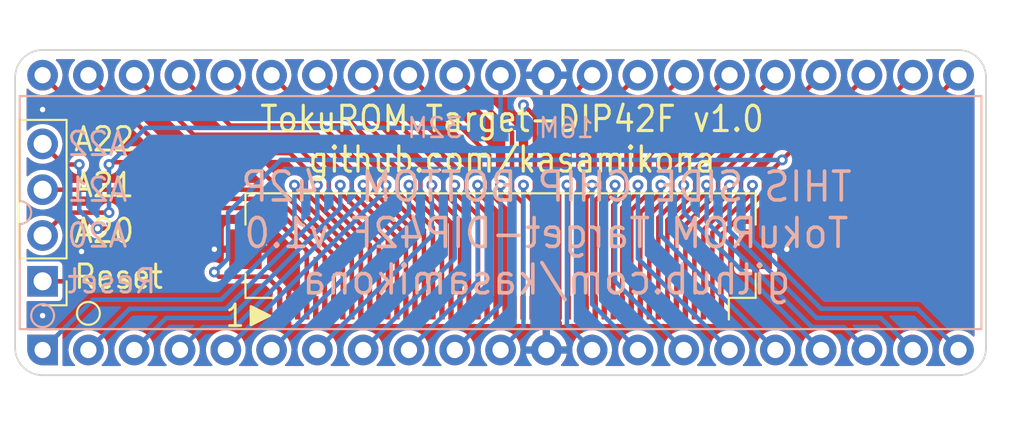
<source format=kicad_pcb>
(kicad_pcb (version 20221018) (generator pcbnew)
  (title_block (title "TokuROM Target-DIP42F") (rev "1.0") (company "github.com/kasamikona/TokuROM"))
  (layers (0 "F.Cu" signal) (31 "B.Cu" signal) (34 "B.Paste" user) (35 "F.Paste" user) (36 "B.SilkS" user "B.Silkscreen") (37 "F.SilkS" user "F.Silkscreen") (38 "B.Mask" user) (39 "F.Mask" user) (44 "Edge.Cuts" user))
  (net 0 "")
  (net 1 "/A17")
  (net 2 "/A8")
  (net 3 "/A7")
  (net 4 "/A9")
  (net 5 "/A6")
  (net 6 "/A10")
  (net 7 "/A5")
  (net 8 "/A11")
  (net 9 "/A4")
  (net 10 "/A12")
  (net 11 "/A3")
  (net 12 "/A13")
  (net 13 "/A2")
  (net 14 "/A14")
  (net 15 "/A1")
  (net 16 "/A15")
  (net 17 "/A0")
  (net 18 "/A16")
  (net 19 "/CE")
  (net 20 "/BYTE")
  (net 21 "/GND")
  (net 22 "/OE")
  (net 23 "/D15")
  (net 24 "/D0")
  (net 25 "/D7")
  (net 26 "/D8")
  (net 27 "/D14")
  (net 28 "/D1")
  (net 29 "/D6")
  (net 30 "/D9")
  (net 31 "/D13")
  (net 32 "/D2")
  (net 33 "/D5")
  (net 34 "/D10")
  (net 35 "/D12")
  (net 36 "/D3")
  (net 37 "/D4")
  (net 38 "/D11")
  (net 39 "/VCC")
  (net 41 "/A21")
  (net 42 "/A18")
  (net 43 "/A19")
  (net 44 "/A20")
  (net 46 "/A22")
  (net 47 "/TRESET")
  (net 48 "/BYTE_A20")
  (footprint "Connector_PinHeader_2.54mm:PinHeader_1x04_P2.54mm_Vertical" (layer "F.Cu") (at 15.24 26.67 180)
    (fp_text reference "J3" hide)
    (fp_text value "EXTRA")
    (fp_line (start -1.33 -1.33) (end 0 -1.33) (stroke (width 0.12)) (layer "F.SilkS"))
    (fp_line (start -1.33 0) (end -1.33 -1.33) (stroke (width 0.12)) (layer "F.SilkS"))
    (fp_line (start -1.33 1.27) (end -1.33 8.95) (stroke (width 0.12)) (layer "F.SilkS"))
    (fp_line (start -1.33 1.27) (end 1.33 1.27) (stroke (width 0.12)) (layer "F.SilkS"))
    (fp_line (start -1.33 8.95) (end 1.33 8.95) (stroke (width 0.12)) (layer "F.SilkS"))
    (fp_line (start 1.33 1.27) (end 1.33 8.95) (stroke (width 0.12)) (layer "F.SilkS"))
    (pad "1" thru_hole rect (at 0 0 180) (size 1.7 1.7) (drill 1) (layers "*.Cu" "*.Mask") (net 47 "/TRESET"))
    (pad "2" thru_hole oval (at 0 2.54 180) (size 1.7 1.7) (drill 1) (layers "*.Cu" "*.Mask") (net 44 "/A20"))
    (pad "3" thru_hole oval (at 0 5.08 180) (size 1.7 1.7) (drill 1) (layers "*.Cu" "*.Mask") (net 41 "/A21"))
    (pad "4" thru_hole oval (at 0 7.62 180) (size 1.7 1.7) (drill 1) (layers "*.Cu" "*.Mask") (net 46 "/A22"))
  )
  (footprint "Tokurom-Parts:FFC-50" (layer "F.Cu") (at 40.64 26.289 180)
    (fp_text reference "J1" hide)
    (fp_text value "FFC-50")
    (fp_line (start -14.15 -1.3) (end -14.15 0.04) (stroke (width 0.12)) (layer "F.SilkS"))
    (fp_line (start -14.15 2.76) (end -14.15 4.5) (stroke (width 0.12)) (layer "F.SilkS"))
    (fp_line (start -14.15 4.5) (end 14.15 4.5) (stroke (width 0.12)) (layer "F.SilkS"))
    (fp_line (start -12.66 -1.3) (end -14.15 -1.3) (stroke (width 0.12)) (layer "F.SilkS"))
    (fp_line (start -12.66 -1.3) (end -12.66 -2.5) (stroke (width 0.12)) (layer "F.SilkS"))
    (fp_line (start 12.66 -1.3) (end 14.15 -1.3) (stroke (width 0.12)) (layer "F.SilkS"))
    (fp_line (start 14.15 -1.3) (end 14.15 0.04) (stroke (width 0.12)) (layer "F.SilkS"))
    (fp_line (start 14.15 4.5) (end 14.15 2.76) (stroke (width 0.12)) (layer "F.SilkS"))
    (pad "1" smd rect (at -12.25 -1.85 180) (size 0.3 1.3) (layers "F.Cu" "F.Paste" "F.Mask") (net 39 "/VCC"))
    (pad "2" smd rect (at -11.75 -1.85 180) (size 0.3 1.3) (layers "F.Cu" "F.Paste" "F.Mask") (net 38 "/D11"))
    (pad "3" smd rect (at -11.25 -1.85 180) (size 0.3 1.3) (layers "F.Cu" "F.Paste" "F.Mask") (net 37 "/D4"))
    (pad "4" smd rect (at -10.75 -1.85 180) (size 0.3 1.3) (layers "F.Cu" "F.Paste" "F.Mask") (net 36 "/D3"))
    (pad "5" smd rect (at -10.25 -1.85 180) (size 0.3 1.3) (layers "F.Cu" "F.Paste" "F.Mask") (net 35 "/D12"))
    (pad "6" smd rect (at -9.75 -1.85 180) (size 0.3 1.3) (layers "F.Cu" "F.Paste" "F.Mask") (net 34 "/D10"))
    (pad "7" smd rect (at -9.25 -1.85 180) (size 0.3 1.3) (layers "F.Cu" "F.Paste" "F.Mask") (net 33 "/D5"))
    (pad "8" smd rect (at -8.75 -1.85 180) (size 0.3 1.3) (layers "F.Cu" "F.Paste" "F.Mask") (net 32 "/D2"))
    (pad "9" smd rect (at -8.25 -1.85 180) (size 0.3 1.3) (layers "F.Cu" "F.Paste" "F.Mask") (net 31 "/D13"))
    (pad "10" smd rect (at -7.75 -1.85 180) (size 0.3 1.3) (layers "F.Cu" "F.Paste" "F.Mask") (net 30 "/D9"))
    (pad "11" smd rect (at -7.25 -1.85 180) (size 0.3 1.3) (layers "F.Cu" "F.Paste" "F.Mask") (net 29 "/D6"))
    (pad "12" smd rect (at -6.75 -1.85 180) (size 0.3 1.3) (layers "F.Cu" "F.Paste" "F.Mask") (net 28 "/D1"))
    (pad "13" smd rect (at -6.25 -1.85 180) (size 0.3 1.3) (layers "F.Cu" "F.Paste" "F.Mask") (net 27 "/D14"))
    (pad "14" smd rect (at -5.75 -1.85 180) (size 0.3 1.3) (layers "F.Cu" "F.Paste" "F.Mask") (net 26 "/D8"))
    (pad "15" smd rect (at -5.25 -1.85 180) (size 0.3 1.3) (layers "F.Cu" "F.Paste" "F.Mask") (net 25 "/D7"))
    (pad "16" smd rect (at -4.75 -1.85 180) (size 0.3 1.3) (layers "F.Cu" "F.Paste" "F.Mask") (net 24 "/D0"))
    (pad "17" smd rect (at -4.25 -1.85 180) (size 0.3 1.3) (layers "F.Cu" "F.Paste" "F.Mask") (net 23 "/D15"))
    (pad "18" smd rect (at -3.75 -1.85 180) (size 0.3 1.3) (layers "F.Cu" "F.Paste" "F.Mask") (net 22 "/OE"))
    (pad "19" smd rect (at -3.25 -1.85 180) (size 0.3 1.3) (layers "F.Cu" "F.Paste" "F.Mask") (net 21 "/GND"))
    (pad "20" smd rect (at -2.75 -1.85 180) (size 0.3 1.3) (layers "F.Cu" "F.Paste" "F.Mask") (net 21 "/GND"))
    (pad "21" smd rect (at -2.25 -1.85 180) (size 0.3 1.3) (layers "F.Cu" "F.Paste" "F.Mask") (net 20 "/BYTE"))
    (pad "22" smd rect (at -1.75 -1.85 180) (size 0.3 1.3) (layers "F.Cu" "F.Paste" "F.Mask") (net 19 "/CE"))
    (pad "23" smd rect (at -1.25 -1.85 180) (size 0.3 1.3) (layers "F.Cu" "F.Paste" "F.Mask") (net 18 "/A16"))
    (pad "24" smd rect (at -0.75 -1.85 180) (size 0.3 1.3) (layers "F.Cu" "F.Paste" "F.Mask") (net 17 "/A0"))
    (pad "25" smd rect (at -0.25 -1.85 180) (size 0.3 1.3) (layers "F.Cu" "F.Paste" "F.Mask") (net 16 "/A15"))
    (pad "26" smd rect (at 0.25 -1.85 180) (size 0.3 1.3) (layers "F.Cu" "F.Paste" "F.Mask") (net 15 "/A1"))
    (pad "27" smd rect (at 0.75 -1.85 180) (size 0.3 1.3) (layers "F.Cu" "F.Paste" "F.Mask") (net 14 "/A14"))
    (pad "28" smd rect (at 1.25 -1.85 180) (size 0.3 1.3) (layers "F.Cu" "F.Paste" "F.Mask") (net 13 "/A2"))
    (pad "29" smd rect (at 1.75 -1.85 180) (size 0.3 1.3) (layers "F.Cu" "F.Paste" "F.Mask") (net 12 "/A13"))
    (pad "30" smd rect (at 2.25 -1.85 180) (size 0.3 1.3) (layers "F.Cu" "F.Paste" "F.Mask") (net 11 "/A3"))
    (pad "31" smd rect (at 2.75 -1.85 180) (size 0.3 1.3) (layers "F.Cu" "F.Paste" "F.Mask") (net 10 "/A12"))
    (pad "32" smd rect (at 3.25 -1.85 180) (size 0.3 1.3) (layers "F.Cu" "F.Paste" "F.Mask") (net 9 "/A4"))
    (pad "33" smd rect (at 3.75 -1.85 180) (size 0.3 1.3) (layers "F.Cu" "F.Paste" "F.Mask") (net 8 "/A11"))
    (pad "34" smd rect (at 4.25 -1.85 180) (size 0.3 1.3) (layers "F.Cu" "F.Paste" "F.Mask") (net 7 "/A5"))
    (pad "35" smd rect (at 4.75 -1.85 180) (size 0.3 1.3) (layers "F.Cu" "F.Paste" "F.Mask") (net 6 "/A10"))
    (pad "36" smd rect (at 5.25 -1.85 180) (size 0.3 1.3) (layers "F.Cu" "F.Paste" "F.Mask") (net 5 "/A6"))
    (pad "37" smd rect (at 5.75 -1.85 180) (size 0.3 1.3) (layers "F.Cu" "F.Paste" "F.Mask") (net 4 "/A9"))
    (pad "38" smd rect (at 6.25 -1.85 180) (size 0.3 1.3) (layers "F.Cu" "F.Paste" "F.Mask") (net 3 "/A7"))
    (pad "39" smd rect (at 6.75 -1.85 180) (size 0.3 1.3) (layers "F.Cu" "F.Paste" "F.Mask") (net 2 "/A8"))
    (pad "40" smd rect (at 7.25 -1.85 180) (size 0.3 1.3) (layers "F.Cu" "F.Paste" "F.Mask") (net 1 "/A17"))
    (pad "41" smd rect (at 7.75 -1.85 180) (size 0.3 1.3) (layers "F.Cu" "F.Paste" "F.Mask") (net 43 "/A19"))
    (pad "42" smd rect (at 8.25 -1.85 180) (size 0.3 1.3) (layers "F.Cu" "F.Paste" "F.Mask") (net 42 "/A18"))
    (pad "43" smd rect (at 8.75 -1.85 180) (size 0.3 1.3) (layers "F.Cu" "F.Paste" "F.Mask") (net 44 "/A20"))
    (pad "44" smd rect (at 9.25 -1.85 180) (size 0.3 1.3) (layers "F.Cu" "F.Paste" "F.Mask") (net 41 "/A21"))
    (pad "45" smd rect (at 9.75 -1.85 180) (size 0.3 1.3) (layers "F.Cu" "F.Paste" "F.Mask") (net 46 "/A22"))
    (pad "46" smd rect (at 10.25 -1.85 180) (size 0.3 1.3) (layers "F.Cu" "F.Paste" "F.Mask"))
    (pad "47" smd rect (at 10.75 -1.85 180) (size 0.3 1.3) (layers "F.Cu" "F.Paste" "F.Mask") (net 47 "/TRESET"))
    (pad "48" smd rect (at 11.25 -1.85 180) (size 0.3 1.3) (layers "F.Cu" "F.Paste" "F.Mask"))
    (pad "49" smd rect (at 11.75 -1.85 180) (size 0.3 1.3) (layers "F.Cu" "F.Paste" "F.Mask") (net 21 "/GND"))
    (pad "50" smd rect (at 12.25 -1.85 180) (size 0.3 1.3) (layers "F.Cu" "F.Paste" "F.Mask") (net 39 "/VCC"))
    (pad "MP" smd rect (at -14.15 1.4 180) (size 1.8 2.2) (layers "F.Cu" "F.Paste" "F.Mask") (net 21 "/GND"))
    (pad "MP" smd rect (at 14.15 1.4 180) (size 1.8 2.2) (layers "F.Cu" "F.Paste" "F.Mask") (net 21 "/GND"))
  )
  (footprint "Tokurom-Parts:SolderJumper-3_Custom" (layer "B.Cu") (at 40.64 18.161 180)
    (fp_text reference "JP1" hide)
    (fp_text value "16M/32M")
    (fp_poly (pts (xy -0.9 0.125) (xy -0.4 0.125) (xy -0.4 -0.125) (xy -0.9 -0.125)) (fill solid) (layer "B.Cu"))
    (pad "1" smd roundrect (at -1.325 0 180) (size 0.95 1.5) (layers "B.Cu" "B.Mask") (roundrect_rratio 0.5) (chamfer_ratio 0) (chamfer top_right bottom_right) (net 20 "/BYTE"))
    (pad "2" smd rect (at 0 0 180) (size 0.9 1.5) (layers "B.Cu" "B.Mask") (net 48 "/BYTE_A20"))
    (pad "3" smd roundrect (at 1.325 0 180) (size 0.95 1.5) (layers "B.Cu" "B.Mask") (roundrect_rratio 0.5) (chamfer_ratio 0) (chamfer top_left bottom_left) (net 44 "/A20"))
  )
  (footprint "Tokurom-Parts:DIP-42_Reversed_RoundCorner" (layer "B.Cu") (at 15.24 30.48 -90)
    (fp_text reference "J2" hide)
    (fp_text value "DIP-42_Reversed_RoundCorner")
    (fp_line (start -14.08 -52.07) (end -1.16 -52.07) (stroke (width 0.12)) (layer "B.SilkS"))
    (fp_line (start -14.08 1.27) (end -14.08 -52.07) (stroke (width 0.12)) (layer "B.SilkS"))
    (fp_line (start -8.255 1.27) (end -14.08 1.27) (stroke (width 0.12)) (layer "B.SilkS"))
    (fp_line (start -1.16 -52.07) (end -1.16 1.27) (stroke (width 0.12)) (layer "B.SilkS"))
    (fp_line (start -1.16 1.27) (end -6.985 1.27) (stroke (width 0.12)) (layer "B.SilkS"))
    (fp_arc (start -8.255 1.27) (mid -7.62 0.635) (end -6.985 1.27) (stroke (width 0.12)) (layer "B.SilkS"))
    (pad "1" thru_hole roundrect (at 0 0 270) (size 1.7 1.7) (drill 0.9) (layers "*.Cu" "*.Mask") (roundrect_rratio 0.5) (chamfer_ratio 0) (chamfer top_left top_right bottom_left) (net 42 "/A18"))
    (pad "2" thru_hole oval (at 0 -2.54 270) (size 1.7 1.7) (drill 0.9) (layers "*.Cu" "*.Mask") (net 1 "/A17"))
    (pad "3" thru_hole oval (at 0 -5.08 270) (size 1.7 1.7) (drill 0.9) (layers "*.Cu" "*.Mask") (net 3 "/A7"))
    (pad "4" thru_hole oval (at 0 -7.62 270) (size 1.7 1.7) (drill 0.9) (layers "*.Cu" "*.Mask") (net 5 "/A6"))
    (pad "5" thru_hole oval (at 0 -10.16 270) (size 1.7 1.7) (drill 0.9) (layers "*.Cu" "*.Mask") (net 7 "/A5"))
    (pad "6" thru_hole oval (at 0 -12.7 270) (size 1.7 1.7) (drill 0.9) (layers "*.Cu" "*.Mask") (net 9 "/A4"))
    (pad "7" thru_hole oval (at 0 -15.24 270) (size 1.7 1.7) (drill 0.9) (layers "*.Cu" "*.Mask") (net 11 "/A3"))
    (pad "8" thru_hole oval (at 0 -17.78 270) (size 1.7 1.7) (drill 0.9) (layers "*.Cu" "*.Mask") (net 13 "/A2"))
    (pad "9" thru_hole oval (at 0 -20.32 270) (size 1.7 1.7) (drill 0.9) (layers "*.Cu" "*.Mask") (net 15 "/A1"))
    (pad "10" thru_hole oval (at 0 -22.86 270) (size 1.7 1.7) (drill 0.9) (layers "*.Cu" "*.Mask") (net 17 "/A0"))
    (pad "11" thru_hole oval (at 0 -25.4 270) (size 1.7 1.7) (drill 0.9) (layers "*.Cu" "*.Mask") (net 19 "/CE"))
    (pad "12" thru_hole oval (at 0 -27.94 270) (size 1.7 1.7) (drill 0.9) (layers "*.Cu" "*.Mask") (net 21 "/GND"))
    (pad "13" thru_hole oval (at 0 -30.48 270) (size 1.7 1.7) (drill 0.9) (layers "*.Cu" "*.Mask") (net 22 "/OE"))
    (pad "14" thru_hole oval (at 0 -33.02 270) (size 1.7 1.7) (drill 0.9) (layers "*.Cu" "*.Mask") (net 24 "/D0"))
    (pad "15" thru_hole oval (at 0 -35.56 270) (size 1.7 1.7) (drill 0.9) (layers "*.Cu" "*.Mask") (net 26 "/D8"))
    (pad "16" thru_hole oval (at 0 -38.1 270) (size 1.7 1.7) (drill 0.9) (layers "*.Cu" "*.Mask") (net 28 "/D1"))
    (pad "17" thru_hole oval (at 0 -40.64 270) (size 1.7 1.7) (drill 0.9) (layers "*.Cu" "*.Mask") (net 30 "/D9"))
    (pad "18" thru_hole oval (at 0 -43.18 270) (size 1.7 1.7) (drill 0.9) (layers "*.Cu" "*.Mask") (net 32 "/D2"))
    (pad "19" thru_hole oval (at 0 -45.72 270) (size 1.7 1.7) (drill 0.9) (layers "*.Cu" "*.Mask") (net 34 "/D10"))
    (pad "20" thru_hole oval (at 0 -48.26 270) (size 1.7 1.7) (drill 0.9) (layers "*.Cu" "*.Mask") (net 36 "/D3"))
    (pad "21" thru_hole oval (at 0 -50.8 270) (size 1.7 1.7) (drill 0.9) (layers "*.Cu" "*.Mask") (net 38 "/D11"))
    (pad "22" thru_hole oval (at -15.24 -50.8 270) (size 1.7 1.7) (drill 0.9) (layers "*.Cu" "*.Mask") (net 39 "/VCC"))
    (pad "23" thru_hole oval (at -15.24 -48.26 270) (size 1.7 1.7) (drill 0.9) (layers "*.Cu" "*.Mask") (net 37 "/D4"))
    (pad "24" thru_hole oval (at -15.24 -45.72 270) (size 1.7 1.7) (drill 0.9) (layers "*.Cu" "*.Mask") (net 35 "/D12"))
    (pad "25" thru_hole oval (at -15.24 -43.18 270) (size 1.7 1.7) (drill 0.9) (layers "*.Cu" "*.Mask") (net 33 "/D5"))
    (pad "26" thru_hole oval (at -15.24 -40.64 270) (size 1.7 1.7) (drill 0.9) (layers "*.Cu" "*.Mask") (net 31 "/D13"))
    (pad "27" thru_hole oval (at -15.24 -38.1 270) (size 1.7 1.7) (drill 0.9) (layers "*.Cu" "*.Mask") (net 29 "/D6"))
    (pad "28" thru_hole oval (at -15.24 -35.56 270) (size 1.7 1.7) (drill 0.9) (layers "*.Cu" "*.Mask") (net 27 "/D14"))
    (pad "29" thru_hole oval (at -15.24 -33.02 270) (size 1.7 1.7) (drill 0.9) (layers "*.Cu" "*.Mask") (net 25 "/D7"))
    (pad "30" thru_hole oval (at -15.24 -30.48 270) (size 1.7 1.7) (drill 0.9) (layers "*.Cu" "*.Mask") (net 23 "/D15"))
    (pad "31" thru_hole oval (at -15.24 -27.94 270) (size 1.7 1.7) (drill 0.9) (layers "*.Cu" "*.Mask") (net 21 "/GND"))
    (pad "32" thru_hole oval (at -15.24 -25.4 270) (size 1.7 1.7) (drill 0.9) (layers "*.Cu" "*.Mask") (net 48 "/BYTE_A20"))
    (pad "33" thru_hole oval (at -15.24 -22.86 270) (size 1.7 1.7) (drill 0.9) (layers "*.Cu" "*.Mask") (net 18 "/A16"))
    (pad "34" thru_hole oval (at -15.24 -20.32 270) (size 1.7 1.7) (drill 0.9) (layers "*.Cu" "*.Mask") (net 16 "/A15"))
    (pad "35" thru_hole oval (at -15.24 -17.78 270) (size 1.7 1.7) (drill 0.9) (layers "*.Cu" "*.Mask") (net 14 "/A14"))
    (pad "36" thru_hole oval (at -15.24 -15.24 270) (size 1.7 1.7) (drill 0.9) (layers "*.Cu" "*.Mask") (net 12 "/A13"))
    (pad "37" thru_hole oval (at -15.24 -12.7 270) (size 1.7 1.7) (drill 0.9) (layers "*.Cu" "*.Mask") (net 10 "/A12"))
    (pad "38" thru_hole oval (at -15.24 -10.16 270) (size 1.7 1.7) (drill 0.9) (layers "*.Cu" "*.Mask") (net 8 "/A11"))
    (pad "39" thru_hole oval (at -15.24 -7.62 270) (size 1.7 1.7) (drill 0.9) (layers "*.Cu" "*.Mask") (net 6 "/A10"))
    (pad "40" thru_hole oval (at -15.24 -5.08 270) (size 1.7 1.7) (drill 0.9) (layers "*.Cu" "*.Mask") (net 4 "/A9"))
    (pad "41" thru_hole oval (at -15.24 -2.54 270) (size 1.7 1.7) (drill 0.9) (layers "*.Cu" "*.Mask") (net 2 "/A8"))
    (pad "42" thru_hole oval (at -15.24 0 270) (size 1.7 1.7) (drill 0.9) (layers "*.Cu" "*.Mask") (net 43 "/A19"))
  )
  (gr_circle (center 15.24 28.575) (end 15.24 27.94) (stroke (width 0.12)) (fill none) (layer "B.SilkS"))
  (gr_poly (pts (xy 27.813 28.575) (xy 26.797 28.067) (xy 26.797 29.083)) (stroke (width 0.15)) (fill solid) (layer "F.SilkS"))
  (gr_circle (center 17.78 28.448) (end 17.78 27.813) (stroke (width 0.12)) (fill none) (layer "F.SilkS"))
  (gr_line (start 15.24 13.843) (end 66.039999 13.843) (stroke (width 0.1)) (layer "Edge.Cuts"))
  (gr_line (start 13.715999 30.353) (end 13.716 15.367001) (stroke (width 0.1)) (layer "Edge.Cuts"))
  (gr_arc (start 67.564 30.352999) (mid 67.117631 31.43063) (end 66.04 31.877) (stroke (width 0.1)) (layer "Edge.Cuts"))
  (gr_arc (start 15.24 31.877) (mid 14.162369 31.430631) (end 13.715999 30.353) (stroke (width 0.1)) (layer "Edge.Cuts"))
  (gr_arc (start 66.039999 13.843) (mid 67.11763 14.289369) (end 67.564 15.367) (stroke (width 0.1)) (layer "Edge.Cuts"))
  (gr_arc (start 13.716 15.367001) (mid 14.162369 14.28937) (end 15.24 13.843) (stroke (width 0.1)) (layer "Edge.Cuts"))
  (gr_line (start 66.04 31.877) (end 15.24 31.877) (stroke (width 0.1)) (layer "Edge.Cuts"))
  (gr_line (start 67.564 15.367) (end 67.564 30.352999) (stroke (width 0.1)) (layer "Edge.Cuts"))
  (gr_text "A20" (at 16.51 24.13) (layer "B.SilkS") (effects (font (size 1.3 1.2) (thickness 0.163)) (justify right mirror)))
  (gr_text "16M" (at 42.672 18.161) (layer "B.SilkS") (effects (font (size 1.1 1) (thickness 0.138)) (justify right mirror)))
  (gr_text "32M" (at 38.608 18.161) (layer "B.SilkS") (effects (font (size 1.1 1) (thickness 0.138)) (justify left mirror)))
  (gr_text "Reset" (at 16.51 26.67) (layer "B.SilkS") (effects (font (size 1.3 1.2) (thickness 0.163)) (justify right mirror)))
  (gr_text "THIS SIDE CHIP BOTTOM  42P\nTokuROM Target-DIP42F v${REVISION}\ngithub.com/kasamikona" (at 43.18 24.003) (layer "B.SilkS") (effects (font (size 1.6 1.5) (thickness 0.2)) (justify mirror)))
  (gr_text "A22" (at 16.51 19.05) (layer "B.SilkS") (effects (font (size 1.3 1.2) (thickness 0.163)) (justify right mirror)))
  (gr_text "A21" (at 16.51 21.59) (layer "B.SilkS") (effects (font (size 1.3 1.2) (thickness 0.163)) (justify right mirror)))
  (gr_text "1" (at 26.543 28.575) (layer "F.SilkS") (effects (font (size 1.2 1.1)) (justify right)))
  (gr_text "A22" (at 16.891 18.796) (layer "F.SilkS") (effects (font (size 1.3 1.2) (thickness 0.163)) (justify left)))
  (gr_text "TokuROM Target-DIP42F v${REVISION}\ngithub.com/kasamikona" (at 41.275 18.796) (layer "F.SilkS") (effects (font (size 1.4 1.25) (thickness 0.175))))
  (gr_text "Reset" (at 16.891 26.416) (layer "F.SilkS") (effects (font (size 1.3 1.2) (thickness 0.163)) (justify left)))
  (gr_text "A20" (at 16.891 23.876) (layer "F.SilkS") (effects (font (size 1.3 1.2) (thickness 0.163)) (justify left)))
  (gr_text "A21" (at 16.891 21.336) (layer "F.SilkS") (effects (font (size 1.3 1.2) (thickness 0.163)) (justify left)))
  (segment (start 33.39 24.653524) (end 33.39 28.139) (width 0.25) (layer "F.Cu") (net 1))
  (segment (start 30.48 21.743524) (end 33.39 24.653524) (width 0.25) (layer "F.Cu") (net 1))
  (segment (start 30.48 21.336) (end 30.48 21.743524) (width 0.25) (layer "F.Cu") (net 1))
  (via (at 30.48 21.336) (size 0.6) (drill 0.3) (layers "F.Cu" "B.Cu") (net 1))
  (segment (start 20.066 28.194) (end 17.78 30.48) (width 0.25) (layer "B.Cu") (net 1))
  (segment (start 30.48 21.336) (end 30.48 23.114) (width 0.25) (layer "B.Cu") (net 1))
  (segment (start 25.4 28.194) (end 20.066 28.194) (width 0.25) (layer "B.Cu") (net 1))
  (segment (start 30.48 23.114) (end 25.4 28.194) (width 0.25) (layer "B.Cu") (net 1))
  (segment (start 29.21 19.05) (end 21.59 19.05) (width 0.25) (layer "F.Cu") (net 2))
  (segment (start 33.89 24.517128) (end 31.115 21.742128) (width 0.25) (layer "F.Cu") (net 2))
  (segment (start 21.59 19.05) (end 17.78 15.24) (width 0.25) (layer "F.Cu") (net 2))
  (segment (start 31.115 20.955) (end 29.21 19.05) (width 0.25) (layer "F.Cu") (net 2))
  (segment (start 33.89 28.139) (end 33.89 24.517128) (width 0.25) (layer "F.Cu") (net 2))
  (segment (start 31.115 21.742128) (end 31.115 20.955) (width 0.25) (layer "F.Cu") (net 2))
  (segment (start 31.75 21.336) (end 31.75 21.740732) (width 0.25) (layer "F.Cu") (net 3))
  (segment (start 34.39 24.380732) (end 34.39 28.139) (width 0.25) (layer "F.Cu") (net 3))
  (segment (start 31.75 21.740732) (end 34.39 24.380732) (width 0.25) (layer "F.Cu") (net 3))
  (via (at 31.75 21.336) (size 0.6) (drill 0.3) (layers "F.Cu" "B.Cu") (net 3))
  (segment (start 31.75 21.336) (end 31.75 22.606) (width 0.25) (layer "B.Cu") (net 3))
  (segment (start 25.654 28.702) (end 22.098 28.702) (width 0.25) (layer "B.Cu") (net 3))
  (segment (start 31.75 22.606) (end 25.654 28.702) (width 0.25) (layer "B.Cu") (net 3))
  (segment (start 22.098 28.702) (end 20.32 30.48) (width 0.25) (layer "B.Cu") (net 3))
  (segment (start 34.89 28.139) (end 34.89 24.244336) (width 0.25) (layer "F.Cu") (net 4))
  (segment (start 32.385 21.739336) (end 32.385 20.447) (width 0.25) (layer "F.Cu") (net 4))
  (segment (start 23.622 18.542) (end 20.32 15.24) (width 0.25) (layer "F.Cu") (net 4))
  (segment (start 30.48 18.542) (end 23.622 18.542) (width 0.25) (layer "F.Cu") (net 4))
  (segment (start 34.89 24.244336) (end 32.385 21.739336) (width 0.25) (layer "F.Cu") (net 4))
  (segment (start 32.385 20.447) (end 30.48 18.542) (width 0.25) (layer "F.Cu") (net 4))
  (segment (start 33.02 21.336) (end 33.02 21.73794) (width 0.25) (layer "F.Cu") (net 5))
  (segment (start 35.39 24.10794) (end 35.39 28.139) (width 0.25) (layer "F.Cu") (net 5))
  (segment (start 33.02 21.73794) (end 35.39 24.10794) (width 0.25) (layer "F.Cu") (net 5))
  (via (at 33.02 21.336) (size 0.6) (drill 0.3) (layers "F.Cu" "B.Cu") (net 5))
  (segment (start 33.02 22.098) (end 25.908 29.21) (width 0.25) (layer "B.Cu") (net 5))
  (segment (start 33.02 21.336) (end 33.02 22.098) (width 0.25) (layer "B.Cu") (net 5))
  (segment (start 25.908 29.21) (end 24.13 29.21) (width 0.25) (layer "B.Cu") (net 5))
  (segment (start 24.13 29.21) (end 22.86 30.48) (width 0.25) (layer "B.Cu") (net 5))
  (segment (start 22.86 15.24) (end 25.654 18.034) (width 0.25) (layer "F.Cu") (net 6))
  (segment (start 33.655 21.736544) (end 35.89 23.971544) (width 0.25) (layer "F.Cu") (net 6))
  (segment (start 33.655 20.955) (end 33.655 21.736544) (width 0.25) (layer "F.Cu") (net 6))
  (segment (start 35.89 23.971544) (end 35.89 28.139) (width 0.25) (layer "F.Cu") (net 6))
  (segment (start 30.734 18.034) (end 33.655 20.955) (width 0.25) (layer "F.Cu") (net 6))
  (segment (start 25.654 18.034) (end 30.734 18.034) (width 0.25) (layer "F.Cu") (net 6))
  (segment (start 34.29 21.735148) (end 36.39 23.835148) (width 0.25) (layer "F.Cu") (net 7))
  (segment (start 36.39 23.835148) (end 36.39 28.139) (width 0.25) (layer "F.Cu") (net 7))
  (segment (start 34.29 21.336) (end 34.29 21.735148) (width 0.25) (layer "F.Cu") (net 7))
  (via (at 34.29 21.336) (size 0.6) (drill 0.3) (layers "F.Cu" "B.Cu") (net 7))
  (segment (start 25.4 30.48) (end 34.29 21.59) (width 0.25) (layer "B.Cu") (net 7))
  (segment (start 34.29 21.59) (end 34.29 21.336) (width 0.25) (layer "B.Cu") (net 7))
  (segment (start 34.925 20.447) (end 34.925 21.733752) (width 0.25) (layer "F.Cu") (net 8))
  (segment (start 25.4 15.24) (end 27.686 17.526) (width 0.25) (layer "F.Cu") (net 8))
  (segment (start 27.686 17.526) (end 32.004 17.526) (width 0.25) (layer "F.Cu") (net 8))
  (segment (start 32.004 17.526) (end 34.925 20.447) (width 0.25) (layer "F.Cu") (net 8))
  (segment (start 34.925 21.733752) (end 36.89 23.698752) (width 0.25) (layer "F.Cu") (net 8))
  (segment (start 36.89 23.698752) (end 36.89 28.139) (width 0.25) (layer "F.Cu") (net 8))
  (segment (start 35.56 21.336) (end 35.56 21.732356) (width 0.25) (layer "F.Cu") (net 9))
  (segment (start 37.39 23.562356) (end 37.39 28.139) (width 0.25) (layer "F.Cu") (net 9))
  (segment (start 35.56 21.732356) (end 37.39 23.562356) (width 0.25) (layer "F.Cu") (net 9))
  (via (at 35.56 21.336) (size 0.6) (drill 0.3) (layers "F.Cu" "B.Cu") (net 9))
  (segment (start 35.56 22.86) (end 27.94 30.48) (width 0.25) (layer "B.Cu") (net 9))
  (segment (start 35.56 21.336) (end 35.56 22.86) (width 0.25) (layer "B.Cu") (net 9))
  (segment (start 32.258 17.018) (end 29.718 17.018) (width 0.25) (layer "F.Cu") (net 10))
  (segment (start 29.718 17.018) (end 27.94 15.24) (width 0.25) (layer "F.Cu") (net 10))
  (segment (start 36.195 21.73096) (end 36.195 20.955) (width 0.25) (layer "F.Cu") (net 10))
  (segment (start 37.89 23.42596) (end 36.195 21.73096) (width 0.25) (layer "F.Cu") (net 10))
  (segment (start 37.89 28.139) (end 37.89 23.42596) (width 0.25) (layer "F.Cu") (net 10))
  (segment (start 36.195 20.955) (end 32.258 17.018) (width 0.25) (layer "F.Cu") (net 10))
  (segment (start 36.83 21.729564) (end 38.39 23.289564) (width 0.25) (layer "F.Cu") (net 11))
  (segment (start 38.39 23.289564) (end 38.39 28.139) (width 0.25) (layer "F.Cu") (net 11))
  (segment (start 36.83 21.336) (end 36.83 21.729564) (width 0.25) (layer "F.Cu") (net 11))
  (via (at 36.83 21.336) (size 0.6) (drill 0.3) (layers "F.Cu" "B.Cu") (net 11))
  (segment (start 36.83 21.336) (end 36.83 24.13) (width 0.25) (layer "B.Cu") (net 11))
  (segment (start 36.83 24.13) (end 30.48 30.48) (width 0.25) (layer "B.Cu") (net 11))
  (segment (start 33.528 16.51) (end 31.75 16.51) (width 0.25) (layer "F.Cu") (net 12))
  (segment (start 31.75 16.51) (end 30.48 15.24) (width 0.25) (layer "F.Cu") (net 12))
  (segment (start 38.89 23.153168) (end 37.465 21.728168) (width 0.25) (layer "F.Cu") (net 12))
  (segment (start 38.89 28.139) (end 38.89 23.153168) (width 0.25) (layer "F.Cu") (net 12))
  (segment (start 37.465 21.728168) (end 37.465 20.447) (width 0.25) (layer "F.Cu") (net 12))
  (segment (start 37.465 20.447) (end 33.528 16.51) (width 0.25) (layer "F.Cu") (net 12))
  (segment (start 38.1 21.726772) (end 39.39 23.016772) (width 0.25) (layer "F.Cu") (net 13))
  (segment (start 39.39 23.016772) (end 39.39 28.139) (width 0.25) (layer "F.Cu") (net 13))
  (segment (start 38.1 21.336) (end 38.1 21.726772) (width 0.25) (layer "F.Cu") (net 13))
  (via (at 38.1 21.336) (size 0.6) (drill 0.3) (layers "F.Cu" "B.Cu") (net 13))
  (segment (start 38.1 25.4) (end 33.02 30.48) (width 0.25) (layer "B.Cu") (net 13))
  (segment (start 38.1 21.336) (end 38.1 25.4) (width 0.25) (layer "B.Cu") (net 13))
  (segment (start 38.735 20.955) (end 38.735 21.725376) (width 0.25) (layer "F.Cu") (net 14))
  (segment (start 33.02 15.24) (end 38.735 20.955) (width 0.25) (layer "F.Cu") (net 14))
  (segment (start 38.735 21.725376) (end 39.89 22.880376) (width 0.25) (layer "F.Cu") (net 14))
  (segment (start 39.89 22.880376) (end 39.89 28.139) (width 0.25) (layer "F.Cu") (net 14))
  (segment (start 39.37 21.72398) (end 40.39 22.74398) (width 0.25) (layer "F.Cu") (net 15))
  (segment (start 39.37 21.336) (end 39.37 21.72398) (width 0.25) (layer "F.Cu") (net 15))
  (segment (start 40.39 22.74398) (end 40.39 28.139) (width 0.25) (layer "F.Cu") (net 15))
  (via (at 39.37 21.336) (size 0.6) (drill 0.3) (layers "F.Cu" "B.Cu") (net 15))
  (segment (start 39.37 26.67) (end 35.56 30.48) (width 0.25) (layer "B.Cu") (net 15))
  (segment (start 39.37 21.336) (end 39.37 26.67) (width 0.25) (layer "B.Cu") (net 15))
  (segment (start 40.005 21.722584) (end 40.89 22.607584) (width 0.25) (layer "F.Cu") (net 16))
  (segment (start 40.89 22.607584) (end 40.89 28.139) (width 0.25) (layer "F.Cu") (net 16))
  (segment (start 40.005 19.685) (end 40.005 21.722584) (width 0.25) (layer "F.Cu") (net 16))
  (segment (start 35.56 15.24) (end 40.005 19.685) (width 0.25) (layer "F.Cu") (net 16))
  (segment (start 41.39 22.471188) (end 41.39 28.139) (width 0.25) (layer "F.Cu") (net 17))
  (segment (start 40.64 21.336) (end 40.64 21.721188) (width 0.25) (layer "F.Cu") (net 17))
  (segment (start 40.64 21.721188) (end 41.39 22.471188) (width 0.25) (layer "F.Cu") (net 17))
  (via (at 40.64 21.336) (size 0.6) (drill 0.3) (layers "F.Cu" "B.Cu") (net 17))
  (segment (start 40.64 21.336) (end 40.64 27.94) (width 0.25) (layer "B.Cu") (net 17))
  (segment (start 40.64 27.94) (end 38.1 30.48) (width 0.25) (layer "B.Cu") (net 17))
  (segment (start 41.275 21.719792) (end 41.89 22.334792) (width 0.25) (layer "F.Cu") (net 18))
  (segment (start 41.89 22.334792) (end 41.89 28.139) (width 0.25) (layer "F.Cu") (net 18))
  (segment (start 38.1 15.24) (end 41.275 18.415) (width 0.25) (layer "F.Cu") (net 18))
  (segment (start 41.275 18.415) (end 41.275 21.719792) (width 0.25) (layer "F.Cu") (net 18))
  (segment (start 41.91 21.718396) (end 42.39 22.198396) (width 0.25) (layer "F.Cu") (net 19))
  (segment (start 42.39 22.198396) (end 42.39 28.139) (width 0.25) (layer "F.Cu") (net 19))
  (segment (start 41.91 21.336) (end 41.91 21.718396) (width 0.25) (layer "F.Cu") (net 19))
  (via (at 41.91 21.336) (size 0.6) (drill 0.3) (layers "F.Cu" "B.Cu") (net 19))
  (segment (start 41.91 29.21) (end 40.64 30.48) (width 0.25) (layer "B.Cu") (net 19))
  (segment (start 41.91 21.336) (end 41.91 29.21) (width 0.25) (layer "B.Cu") (net 19))
  (segment (start 41.91 16.891) (end 42.545 17.526) (width 0.25) (layer "F.Cu") (net 20))
  (segment (start 42.545 21.717) (end 42.89 22.062) (width 0.25) (layer "F.Cu") (net 20))
  (segment (start 42.89 22.062) (end 42.89 28.139) (width 0.25) (layer "F.Cu") (net 20))
  (segment (start 42.545 17.526) (end 42.545 21.717) (width 0.25) (layer "F.Cu") (net 20))
  (via (at 41.91 16.891) (size 0.6) (drill 0.3) (layers "F.Cu" "B.Cu") (net 20))
  (segment (start 41.91 18.106) (end 41.965 18.161) (width 0.25) (layer "B.Cu") (net 20))
  (segment (start 41.91 16.891) (end 41.91 18.106) (width 0.25) (layer "B.Cu") (net 20))
  (via (at 17.399 25.019) (size 0.6) (drill 0.3) (layers "F.Cu" "B.Cu") (net 21))
  (via (at 24.765 24.892) (size 0.6) (drill 0.3) (layers "F.Cu" "B.Cu") (net 21))
  (via (at 56.515 24.892) (size 0.6) (drill 0.3) (layers "F.Cu" "B.Cu") (net 21))
  (via (at 15.24 17.145) (size 0.6) (drill 0.3) (layers "F.Cu" "B.Cu") (net 21))
  (via (at 15.24 28.575) (size 0.6) (drill 0.3) (layers "F.Cu" "B.Cu") (net 21))
  (segment (start 44.323 21.336) (end 44.39 21.403) (width 0.25) (layer "F.Cu") (net 22))
  (segment (start 44.39 21.403) (end 44.39 28.139) (width 0.25) (layer "F.Cu") (net 22))
  (via (at 44.323 21.336) (size 0.6) (drill 0.3) (layers "F.Cu" "B.Cu") (net 22))
  (segment (start 44.323 29.083) (end 45.72 30.48) (width 0.25) (layer "B.Cu") (net 22))
  (segment (start 44.323 21.336) (end 44.323 29.083) (width 0.25) (layer "B.Cu") (net 22))
  (segment (start 44.89 21.910604) (end 44.89 28.139) (width 0.25) (layer "F.Cu") (net 23))
  (segment (start 45.72 15.24) (end 44.958 16.002) (width 0.25) (layer "F.Cu") (net 23))
  (segment (start 44.958 21.842604) (end 44.89 21.910604) (width 0.25) (layer "F.Cu") (net 23))
  (segment (start 44.958 16.002) (end 44.958 21.842604) (width 0.25) (layer "F.Cu") (net 23))
  (segment (start 45.39 22.047) (end 45.39 28.139) (width 0.25) (layer "F.Cu") (net 24))
  (segment (start 45.72 21.717) (end 45.39 22.047) (width 0.25) (layer "F.Cu") (net 24))
  (segment (start 45.72 21.336) (end 45.72 21.717) (width 0.25) (layer "F.Cu") (net 24))
  (via (at 45.72 21.336) (size 0.6) (drill 0.3) (layers "F.Cu" "B.Cu") (net 24))
  (segment (start 45.72 27.94) (end 48.26 30.48) (width 0.25) (layer "B.Cu") (net 24))
  (segment (start 45.72 21.336) (end 45.72 27.94) (width 0.25) (layer "B.Cu") (net 24))
  (segment (start 45.89 28.139) (end 45.89 22.183396) (width 0.25) (layer "F.Cu") (net 25))
  (segment (start 45.89 22.183396) (end 46.355 21.718396) (width 0.25) (layer "F.Cu") (net 25))
  (segment (start 46.355 17.145) (end 48.26 15.24) (width 0.25) (layer "F.Cu") (net 25))
  (segment (start 46.355 21.718396) (end 46.355 17.145) (width 0.25) (layer "F.Cu") (net 25))
  (segment (start 46.99 21.719792) (end 46.39 22.319792) (width 0.25) (layer "F.Cu") (net 26))
  (segment (start 46.39 22.319792) (end 46.39 28.139) (width 0.25) (layer "F.Cu") (net 26))
  (segment (start 46.99 21.336) (end 46.99 21.719792) (width 0.25) (layer "F.Cu") (net 26))
  (via (at 46.99 21.336) (size 0.6) (drill 0.3) (layers "F.Cu" "B.Cu") (net 26))
  (segment (start 46.99 26.67) (end 50.8 30.48) (width 0.25) (layer "B.Cu") (net 26))
  (segment (start 46.99 21.336) (end 46.99 26.67) (width 0.25) (layer "B.Cu") (net 26))
  (segment (start 46.89 28.139) (end 46.89 22.456188) (width 0.25) (layer "F.Cu") (net 27))
  (segment (start 47.625 21.721188) (end 47.625 18.415) (width 0.25) (layer "F.Cu") (net 27))
  (segment (start 46.89 22.456188) (end 47.625 21.721188) (width 0.25) (layer "F.Cu") (net 27))
  (segment (start 47.625 18.415) (end 50.8 15.24) (width 0.25) (layer "F.Cu") (net 27))
  (segment (start 47.39 22.592584) (end 47.39 28.139) (width 0.25) (layer "F.Cu") (net 28))
  (segment (start 48.26 21.722584) (end 47.39 22.592584) (width 0.25) (layer "F.Cu") (net 28))
  (segment (start 48.26 21.336) (end 48.26 21.722584) (width 0.25) (layer "F.Cu") (net 28))
  (via (at 48.26 21.336) (size 0.6) (drill 0.3) (layers "F.Cu" "B.Cu") (net 28))
  (segment (start 48.26 25.4) (end 53.34 30.48) (width 0.25) (layer "B.Cu") (net 28))
  (segment (start 48.26 21.336) (end 48.26 25.4) (width 0.25) (layer "B.Cu") (net 28))
  (segment (start 48.895 21.72398) (end 48.895 19.685) (width 0.25) (layer "F.Cu") (net 29))
  (segment (start 47.89 22.72898) (end 48.895 21.72398) (width 0.25) (layer "F.Cu") (net 29))
  (segment (start 48.895 19.685) (end 53.34 15.24) (width 0.25) (layer "F.Cu") (net 29))
  (segment (start 47.89 28.139) (end 47.89 22.72898) (width 0.25) (layer "F.Cu") (net 29))
  (segment (start 49.53 21.336) (end 49.53 21.725376) (width 0.25) (layer "F.Cu") (net 30))
  (segment (start 48.39 22.865376) (end 48.39 28.139) (width 0.25) (layer "F.Cu") (net 30))
  (segment (start 49.53 21.725376) (end 48.39 22.865376) (width 0.25) (layer "F.Cu") (net 30))
  (via (at 49.53 21.336) (size 0.6) (drill 0.3) (layers "F.Cu" "B.Cu") (net 30))
  (segment (start 49.53 21.336) (end 49.53 24.13) (width 0.25) (layer "B.Cu") (net 30))
  (segment (start 49.53 24.13) (end 55.88 30.48) (width 0.25) (layer "B.Cu") (net 30))
  (segment (start 48.89 28.139) (end 48.89 23.001772) (width 0.25) (layer "F.Cu") (net 31))
  (segment (start 48.89 23.001772) (end 50.165 21.726772) (width 0.25) (layer "F.Cu") (net 31))
  (segment (start 50.165 21.726772) (end 50.165 20.955) (width 0.25) (layer "F.Cu") (net 31))
  (segment (start 50.165 20.955) (end 55.88 15.24) (width 0.25) (layer "F.Cu") (net 31))
  (segment (start 50.8 21.336) (end 50.8 21.728168) (width 0.25) (layer "F.Cu") (net 32))
  (segment (start 50.8 21.728168) (end 49.39 23.138168) (width 0.25) (layer "F.Cu") (net 32))
  (segment (start 49.39 23.138168) (end 49.39 28.139) (width 0.25) (layer "F.Cu") (net 32))
  (via (at 50.8 21.336) (size 0.6) (drill 0.3) (layers "F.Cu" "B.Cu") (net 32))
  (segment (start 50.8 21.336) (end 50.8 22.86) (width 0.25) (layer "B.Cu") (net 32))
  (segment (start 50.8 22.86) (end 58.42 30.48) (width 0.25) (layer "B.Cu") (net 32))
  (segment (start 49.89 28.139) (end 49.89 23.274564) (width 0.25) (layer "F.Cu") (net 33))
  (segment (start 57.15 16.51) (end 58.42 15.24) (width 0.25) (layer "F.Cu") (net 33))
  (segment (start 55.372 16.51) (end 57.15 16.51) (width 0.25) (layer "F.Cu") (net 33))
  (segment (start 49.89 23.274564) (end 51.435 21.729564) (width 0.25) (layer "F.Cu") (net 33))
  (segment (start 51.435 21.729564) (end 51.435 20.447) (width 0.25) (layer "F.Cu") (net 33))
  (segment (start 51.435 20.447) (end 55.372 16.51) (width 0.25) (layer "F.Cu") (net 33))
  (segment (start 50.39 23.41096) (end 50.39 28.139) (width 0.25) (layer "F.Cu") (net 34))
  (segment (start 52.07 21.73096) (end 50.39 23.41096) (width 0.25) (layer "F.Cu") (net 34))
  (segment (start 52.07 21.336) (end 52.07 21.73096) (width 0.25) (layer "F.Cu") (net 34))
  (via (at 52.07 21.336) (size 0.6) (drill 0.3) (layers "F.Cu" "B.Cu") (net 34))
  (segment (start 57.912 29.21) (end 59.69 29.21) (width 0.25) (layer "B.Cu") (net 34))
  (segment (start 59.69 29.21) (end 60.96 30.48) (width 0.25) (layer "B.Cu") (net 34))
  (segment (start 52.07 23.368) (end 57.912 29.21) (width 0.25) (layer "B.Cu") (net 34))
  (segment (start 52.07 21.336) (end 52.07 23.368) (width 0.25) (layer "B.Cu") (net 34))
  (segment (start 50.89 23.547356) (end 50.89 28.139) (width 0.25) (layer "F.Cu") (net 35))
  (segment (start 52.705 21.732356) (end 50.89 23.547356) (width 0.25) (layer "F.Cu") (net 35))
  (segment (start 60.96 15.24) (end 59.182 17.018) (width 0.25) (layer "F.Cu") (net 35))
  (segment (start 56.642 17.018) (end 52.705 20.955) (width 0.25) (layer "F.Cu") (net 35))
  (segment (start 52.705 20.955) (end 52.705 21.732356) (width 0.25) (layer "F.Cu") (net 35))
  (segment (start 59.182 17.018) (end 56.642 17.018) (width 0.25) (layer "F.Cu") (net 35))
  (segment (start 51.39 23.683752) (end 51.39 28.139) (width 0.25) (layer "F.Cu") (net 36))
  (segment (start 53.34 21.336) (end 53.34 21.733752) (width 0.25) (layer "F.Cu") (net 36))
  (segment (start 53.34 21.733752) (end 51.39 23.683752) (width 0.25) (layer "F.Cu") (net 36))
  (via (at 53.34 21.336) (size 0.6) (drill 0.3) (layers "F.Cu" "B.Cu") (net 36))
  (segment (start 53.34 21.336) (end 53.34 23.876) (width 0.25) (layer "B.Cu") (net 36))
  (segment (start 53.34 23.876) (end 58.166 28.702) (width 0.25) (layer "B.Cu") (net 36))
  (segment (start 61.722 28.702) (end 63.5 30.48) (width 0.25) (layer "B.Cu") (net 36))
  (segment (start 58.166 28.702) (end 61.722 28.702) (width 0.25) (layer "B.Cu") (net 36))
  (segment (start 51.89 23.820148) (end 53.975 21.735148) (width 0.25) (layer "F.Cu") (net 37))
  (segment (start 53.975 20.447) (end 56.896 17.526) (width 0.25) (layer "F.Cu") (net 37))
  (segment (start 61.214 17.526) (end 63.5 15.24) (width 0.25) (layer "F.Cu") (net 37))
  (segment (start 53.975 21.735148) (end 53.975 20.447) (width 0.25) (layer "F.Cu") (net 37))
  (segment (start 51.89 28.139) (end 51.89 23.820148) (width 0.25) (layer "F.Cu") (net 37))
  (segment (start 56.896 17.526) (end 61.214 17.526) (width 0.25) (layer "F.Cu") (net 37))
  (segment (start 54.61 21.3465) (end 54.61 21.736544) (width 0.25) (layer "F.Cu") (net 38))
  (segment (start 52.39 23.956544) (end 52.39 28.139) (width 0.25) (layer "F.Cu") (net 38))
  (segment (start 54.61 21.736544) (end 52.39 23.956544) (width 0.25) (layer "F.Cu") (net 38))
  (via (at 54.61 21.3465) (size 0.6) (drill 0.3) (layers "F.Cu" "B.Cu") (net 38))
  (segment (start 54.61 21.3465) (end 54.61 24.384) (width 0.25) (layer "B.Cu") (net 38))
  (segment (start 58.42 28.194) (end 63.754 28.194) (width 0.25) (layer "B.Cu") (net 38))
  (segment (start 63.754 28.194) (end 66.04 30.48) (width 0.25) (layer "B.Cu") (net 38))
  (segment (start 54.61 24.384) (end 58.42 28.194) (width 0.25) (layer "B.Cu") (net 38))
  (segment (start 58.166 18.034) (end 63.246 18.034) (width 0.25) (layer "F.Cu") (net 39))
  (segment (start 27.686 26.416) (end 28.39 27.12) (width 0.25) (layer "F.Cu") (net 39))
  (segment (start 63.246 18.034) (end 66.04 15.24) (width 0.25) (layer "F.Cu") (net 39))
  (segment (start 28.39 27.12) (end 28.39 28.139) (width 0.25) (layer "F.Cu") (net 39))
  (segment (start 25.019 26.416) (end 27.686 26.416) (width 0.25) (layer "F.Cu") (net 39))
  (segment (start 24.765 26.162) (end 25.019 26.416) (width 0.25) (layer "F.Cu") (net 39))
  (segment (start 56.261 19.939) (end 58.166 18.034) (width 0.25) (layer "F.Cu") (net 39))
  (segment (start 52.89 24.09294) (end 52.89 28.139) (width 0.25) (layer "F.Cu") (net 39))
  (segment (start 56.261 19.939) (end 55.245 20.955) (width 0.25) (layer "F.Cu") (net 39))
  (segment (start 55.245 21.73794) (end 52.89 24.09294) (width 0.25) (layer "F.Cu") (net 39))
  (segment (start 55.245 20.955) (end 55.245 21.73794) (width 0.25) (layer "F.Cu") (net 39))
  (via (at 56.261 19.939) (size 0.6) (drill 0.3) (layers "F.Cu" "B.Cu") (net 39))
  (via (at 24.765 26.162) (size 0.6) (drill 0.3) (layers "F.Cu" "B.Cu") (net 39))
  (segment (start 28.448 19.939) (end 56.261 19.939) (width 0.25) (layer "B.Cu") (net 39))
  (segment (start 24.765 26.162) (end 25.527 25.4) (width 0.25) (layer "B.Cu") (net 39))
  (segment (start 25.527 22.86) (end 28.448 19.939) (width 0.25) (layer "B.Cu") (net 39))
  (segment (start 25.527 25.4) (end 25.527 22.86) (width 0.25) (layer "B.Cu") (net 39))
  (segment (start 31.39 25.199108) (end 27.780892 21.59) (width 0.25) (layer "F.Cu") (net 41))
  (segment (start 31.39 28.139) (end 31.39 25.199108) (width 0.25) (layer "F.Cu") (net 41))
  (segment (start 27.780892 21.59) (end 15.24 21.59) (width 0.25) (layer "F.Cu") (net 41))
  (segment (start 29.21 21.336) (end 29.21 21.746316) (width 0.25) (layer "F.Cu") (net 42))
  (segment (start 32.39 24.926316) (end 32.39 28.139) (width 0.25) (layer "F.Cu") (net 42))
  (segment (start 29.21 21.746316) (end 32.39 24.926316) (width 0.25) (layer "F.Cu") (net 42))
  (via (at 29.21 21.336) (size 0.6) (drill 0.3) (layers "F.Cu" "B.Cu") (net 42))
  (segment (start 29.21 23.622) (end 29.21 21.336) (width 0.25) (layer "B.Cu") (net 42))
  (segment (start 18.034 27.686) (end 25.146 27.686) (width 0.25) (layer "B.Cu") (net 42))
  (segment (start 25.146 27.686) (end 29.21 23.622) (width 0.25) (layer "B.Cu") (net 42))
  (segment (start 15.24 30.48) (end 18.034 27.686) (width 0.25) (layer "B.Cu") (net 42))
  (segment (start 29.845 21.74492) (end 29.845 20.447) (width 0.25) (layer "F.Cu") (net 43))
  (segment (start 29.845 20.447) (end 28.956 19.558) (width 0.25) (layer "F.Cu") (net 43))
  (segment (start 19.558 19.558) (end 15.24 15.24) (width 0.25) (layer "F.Cu") (net 43))
  (segment (start 28.956 19.558) (end 19.558 19.558) (width 0.25) (layer "F.Cu") (net 43))
  (segment (start 32.89 24.78992) (end 29.845 21.74492) (width 0.25) (layer "F.Cu") (net 43))
  (segment (start 32.89 28.139) (end 32.89 24.78992) (width 0.25) (layer "F.Cu") (net 43))
  (segment (start 16.51 22.86) (end 15.24 24.13) (width 0.25) (layer "F.Cu") (net 44))
  (segment (start 19.05 20.066) (end 26.893288 20.066) (width 0.25) (layer "F.Cu") (net 44))
  (segment (start 26.893288 20.066) (end 31.89 25.062712) (width 0.25) (layer "F.Cu") (net 44))
  (segment (start 18.923 20.193) (end 19.05 20.066) (width 0.25) (layer "F.Cu") (net 44))
  (segment (start 31.89 25.062712) (end 31.89 28.139) (width 0.25) (layer "F.Cu") (net 44))
  (segment (start 18.923 22.86) (end 16.51 22.86) (width 0.25) (layer "F.Cu") (net 44))
  (via (at 18.923 22.86) (size 0.6) (drill 0.3) (layers "F.Cu" "B.Cu") (net 44))
  (via (at 18.923 20.193) (size 0.6) (drill 0.3) (layers "F.Cu" "B.Cu") (net 44))
  (segment (start 20.955 18.161) (end 39.315 18.161) (width 0.25) (layer "B.Cu") (net 44))
  (segment (start 18.923 20.193) (end 20.955 18.161) (width 0.25) (layer "B.Cu") (net 44))
  (segment (start 18.923 22.86) (end 18.923 20.193) (width 0.25) (layer "B.Cu") (net 44))
  (segment (start 30.89 25.335504) (end 30.89 28.139) (width 0.25) (layer "F.Cu") (net 46))
  (segment (start 16.383 20.193) (end 15.24 19.05) (width 0.25) (layer "F.Cu") (net 46))
  (segment (start 19.812 23.749) (end 21.463 22.098) (width 0.25) (layer "F.Cu") (net 46))
  (segment (start 21.463 22.098) (end 27.652496 22.098) (width 0.25) (layer "F.Cu") (net 46))
  (segment (start 27.652496 22.098) (end 30.89 25.335504) (width 0.25) (layer "F.Cu") (net 46))
  (segment (start 18.288 23.749) (end 19.812 23.749) (width 0.25) (layer "F.Cu") (net 46))
  (segment (start 17.272 20.193) (end 16.383 20.193) (width 0.25) (layer "F.Cu") (net 46))
  (via (at 17.272 20.193) (size 0.6) (drill 0.3) (layers "F.Cu" "B.Cu") (net 46))
  (via (at 18.288 23.749) (size 0.6) (drill 0.3) (layers "F.Cu" "B.Cu") (net 46))
  (segment (start 17.272 22.733) (end 18.288 23.749) (width 0.25) (layer "B.Cu") (net 46))
  (segment (start 17.272 20.193) (end 17.272 22.733) (width 0.25) (layer "B.Cu") (net 46))
  (segment (start 21.717 22.606) (end 17.653 26.67) (width 0.25) (layer "F.Cu") (net 47))
  (segment (start 29.89 28.139) (end 29.89 24.9719) (width 0.25) (layer "F.Cu") (net 47))
  (segment (start 17.653 26.67) (end 15.24 26.67) (width 0.25) (layer "F.Cu") (net 47))
  (segment (start 29.89 24.9719) (end 27.5241 22.606) (width 0.25) (layer "F.Cu") (net 47))
  (segment (start 27.5241 22.606) (end 21.717 22.606) (width 0.25) (layer "F.Cu") (net 47))
  (segment (start 40.64 15.24) (end 40.64 18.161) (width 0.25) (layer "B.Cu") (net 48))
  (zone (net 0) (net_name "") (layer "F.Cu") (connect_pads (clearance 0)) (min_thickness 0.15)
    (keepout (tracks allowed) (vias allowed) (pads allowed) (copperpour not_allowed) (footprints allowed))
    (fill (thermal_gap 0.3) (thermal_bridge_width 0.5) (island_removal_mode 1) (island_area_min 10))
    (polygon (pts (xy 28.067 28.702) (xy 53.213 28.702) (xy 53.213 27.559) (xy 28.067 27.559)))
  )
  (zone (net 21) (net_name "/GND") (layers "F&B.Cu") (connect_pads (clearance 0.25)) (min_thickness 0.1) (fill yes (thermal_gap 0.3) (thermal_bridge_width 0.4) (island_removal_mode 1) (island_area_min 10))
    (polygon (pts (xy 14.351 31.369) (xy 66.929 31.369) (xy 66.929 14.351) (xy 14.351 14.351)))
  )
)
</source>
